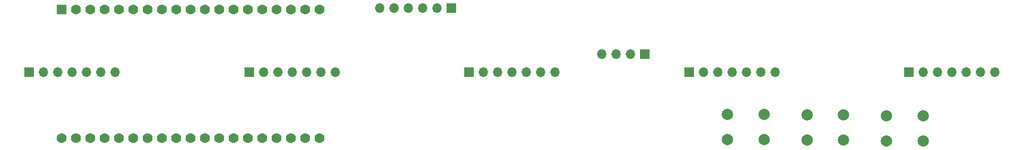
<source format=gbr>
%TF.GenerationSoftware,KiCad,Pcbnew,8.0.5*%
%TF.CreationDate,2024-09-09T18:49:11+02:00*%
%TF.ProjectId,info_orbs,696e666f-5f6f-4726-9273-2e6b69636164,rev?*%
%TF.SameCoordinates,Original*%
%TF.FileFunction,Soldermask,Top*%
%TF.FilePolarity,Negative*%
%FSLAX46Y46*%
G04 Gerber Fmt 4.6, Leading zero omitted, Abs format (unit mm)*
G04 Created by KiCad (PCBNEW 8.0.5) date 2024-09-09 18:49:11*
%MOMM*%
%LPD*%
G01*
G04 APERTURE LIST*
G04 Aperture macros list*
%AMRoundRect*
0 Rectangle with rounded corners*
0 $1 Rounding radius*
0 $2 $3 $4 $5 $6 $7 $8 $9 X,Y pos of 4 corners*
0 Add a 4 corners polygon primitive as box body*
4,1,4,$2,$3,$4,$5,$6,$7,$8,$9,$2,$3,0*
0 Add four circle primitives for the rounded corners*
1,1,$1+$1,$2,$3*
1,1,$1+$1,$4,$5*
1,1,$1+$1,$6,$7*
1,1,$1+$1,$8,$9*
0 Add four rect primitives between the rounded corners*
20,1,$1+$1,$2,$3,$4,$5,0*
20,1,$1+$1,$4,$5,$6,$7,0*
20,1,$1+$1,$6,$7,$8,$9,0*
20,1,$1+$1,$8,$9,$2,$3,0*%
G04 Aperture macros list end*
%ADD10R,1.700000X1.700000*%
%ADD11O,1.700000X1.700000*%
%ADD12C,2.000000*%
%ADD13RoundRect,0.102000X-0.780000X0.780000X-0.780000X-0.780000X0.780000X-0.780000X0.780000X0.780000X0*%
%ADD14C,1.764000*%
G04 APERTURE END LIST*
D10*
%TO.C,D5*%
X203462500Y-74250000D03*
D11*
X206002500Y-74250000D03*
X208542500Y-74250000D03*
X211082500Y-74250000D03*
X213622500Y-74250000D03*
X216162500Y-74250000D03*
X218702500Y-74250000D03*
%TD*%
D10*
%TO.C,U1*%
X122320000Y-62860000D03*
D11*
X119780000Y-62860000D03*
X117240000Y-62860000D03*
X114700000Y-62860000D03*
X112160000Y-62860000D03*
X109620000Y-62860000D03*
%TD*%
D10*
%TO.C,D3*%
X125480000Y-74250000D03*
D11*
X128020000Y-74250000D03*
X130560000Y-74250000D03*
X133100000Y-74250000D03*
X135640000Y-74250000D03*
X138180000Y-74250000D03*
X140720000Y-74250000D03*
%TD*%
D12*
%TO.C,RHT*%
X199500000Y-82000000D03*
X206000000Y-82000000D03*
X199500000Y-86500000D03*
X206000000Y-86500000D03*
%TD*%
D10*
%TO.C,D4*%
X164471250Y-74250000D03*
D11*
X167011250Y-74250000D03*
X169551250Y-74250000D03*
X172091250Y-74250000D03*
X174631250Y-74250000D03*
X177171250Y-74250000D03*
X179711250Y-74250000D03*
%TD*%
D12*
%TO.C,OK*%
X185375000Y-81875000D03*
X191875000Y-81875000D03*
X185375000Y-86375000D03*
X191875000Y-86375000D03*
%TD*%
D10*
%TO.C,D2*%
X86488750Y-74250000D03*
D11*
X89028750Y-74250000D03*
X91568750Y-74250000D03*
X94108750Y-74250000D03*
X96648750Y-74250000D03*
X99188750Y-74250000D03*
X101728750Y-74250000D03*
%TD*%
D10*
%TO.C,D1*%
X47497500Y-74250000D03*
D11*
X50037500Y-74250000D03*
X52577500Y-74250000D03*
X55117500Y-74250000D03*
X57657500Y-74250000D03*
X60197500Y-74250000D03*
X62737500Y-74250000D03*
%TD*%
D12*
%TO.C,LFT*%
X171250000Y-81750000D03*
X177750000Y-81750000D03*
X171250000Y-86250000D03*
X177750000Y-86250000D03*
%TD*%
D10*
%TO.C,USB C*%
X156615000Y-71000000D03*
D11*
X154075000Y-71000000D03*
X151535000Y-71000000D03*
X148995000Y-71000000D03*
%TD*%
D13*
%TO.C,V1*%
X53210000Y-63037500D03*
D14*
X55750000Y-63037500D03*
X58290000Y-63037500D03*
X60830000Y-63037500D03*
X63370000Y-63037500D03*
X65910000Y-63037500D03*
X68450000Y-63037500D03*
X70990000Y-63037500D03*
X73530000Y-63037500D03*
X76070000Y-63037500D03*
X78610000Y-63037500D03*
X81150000Y-63037500D03*
X83690000Y-63037500D03*
X86230000Y-63037500D03*
X88770000Y-63037500D03*
X91310000Y-63037500D03*
X93850000Y-63037500D03*
X96390000Y-63037500D03*
X98930000Y-63037500D03*
X53210000Y-86037500D03*
X55750000Y-86037500D03*
X58290000Y-86037500D03*
X60830000Y-86037500D03*
X63370000Y-86037500D03*
X65910000Y-86037500D03*
X68450000Y-86037500D03*
X70990000Y-86037500D03*
X73530000Y-86037500D03*
X76070000Y-86037500D03*
X78610000Y-86037500D03*
X81150000Y-86037500D03*
X83690000Y-86037500D03*
X86230000Y-86037500D03*
X88770000Y-86037500D03*
X91310000Y-86037500D03*
X93850000Y-86037500D03*
X96390000Y-86037500D03*
X98930000Y-86037500D03*
%TD*%
M02*

</source>
